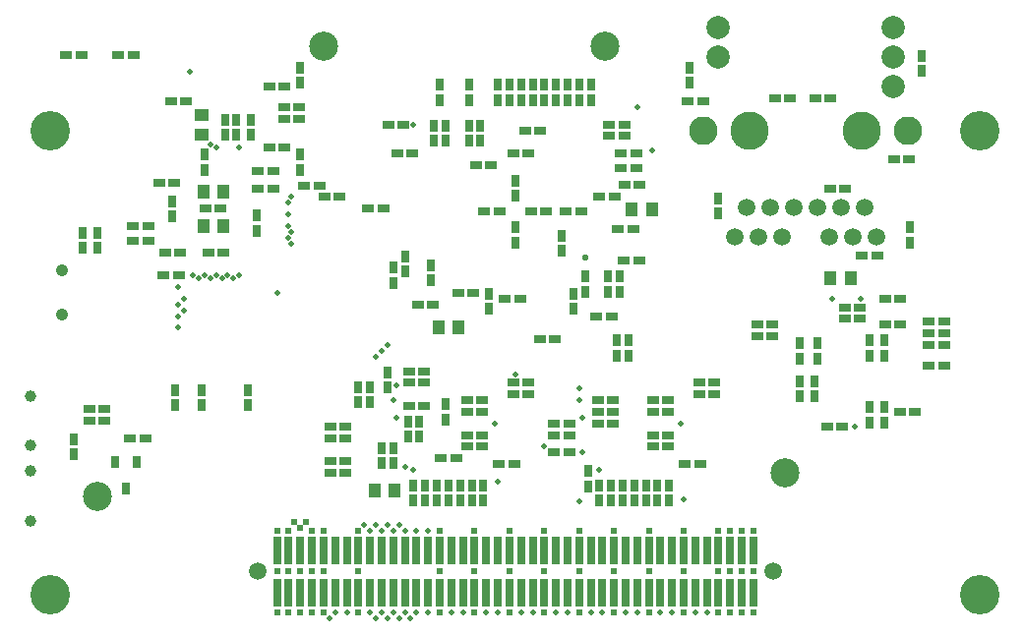
<source format=gbs>
G75*
G70*
%OFA0B0*%
%FSLAX24Y24*%
%IPPOS*%
%LPD*%
%AMOC8*
5,1,8,0,0,1.08239X$1,22.5*
%
%ADD10C,0.0591*%
%ADD11C,0.0410*%
%ADD12R,0.0394X0.0316*%
%ADD13R,0.0316X0.0394*%
%ADD14R,0.0276X0.0946*%
%ADD15C,0.0970*%
%ADD16C,0.0790*%
%ADD17C,0.0590*%
%ADD18C,0.1300*%
%ADD19R,0.0434X0.0473*%
%ADD20R,0.0257X0.0434*%
%ADD21R,0.0473X0.0434*%
%ADD22C,0.1339*%
%ADD23C,0.0394*%
%ADD24C,0.0985*%
%ADD25C,0.0240*%
%ADD26C,0.0200*%
%ADD27C,0.0210*%
D10*
X009883Y003663D03*
X009883Y003663D03*
X027364Y003663D03*
X027364Y003663D03*
D11*
X003269Y012362D03*
X003269Y013862D03*
D12*
X005671Y014883D03*
X006183Y014883D03*
X006183Y015376D03*
X005671Y015376D03*
X006754Y014490D03*
X007265Y014490D03*
X007215Y013703D03*
X006703Y013703D03*
X008230Y014490D03*
X008742Y014490D03*
X008643Y015966D03*
X008131Y015966D03*
X007069Y016852D03*
X006557Y016852D03*
X009903Y016655D03*
X010415Y016655D03*
X010415Y017246D03*
X009903Y017246D03*
X010297Y018033D03*
X010809Y018033D03*
X010789Y019017D03*
X010789Y019411D03*
X011301Y019411D03*
X011301Y019017D03*
X010809Y020100D03*
X010297Y020100D03*
X007462Y019608D03*
X006950Y019608D03*
X005691Y021183D03*
X005179Y021183D03*
X003919Y021183D03*
X003407Y021183D03*
X011478Y016754D03*
X011990Y016754D03*
X012167Y016360D03*
X012679Y016360D03*
X013643Y015966D03*
X014155Y015966D03*
X014628Y017836D03*
X015139Y017836D03*
X014844Y018820D03*
X014332Y018820D03*
X017285Y017443D03*
X017797Y017443D03*
X018565Y017836D03*
X019076Y017836D03*
X018958Y018624D03*
X019470Y018624D03*
X021813Y018820D03*
X022324Y018820D03*
X022324Y018427D03*
X021813Y018427D03*
X022206Y017836D03*
X022718Y017836D03*
X022718Y017344D03*
X022206Y017344D03*
X022324Y016773D03*
X022836Y016773D03*
X021990Y016380D03*
X021478Y016380D03*
X020848Y015868D03*
X020336Y015868D03*
X019667Y015868D03*
X019155Y015868D03*
X018092Y015868D03*
X017580Y015868D03*
X017206Y013112D03*
X016694Y013112D03*
X015828Y012718D03*
X015317Y012718D03*
X018269Y012915D03*
X018781Y012915D03*
X019450Y011537D03*
X019962Y011537D03*
X021380Y012324D03*
X021891Y012324D03*
X022305Y014214D03*
X022817Y014214D03*
X022620Y015277D03*
X022108Y015277D03*
X026832Y012029D03*
X026832Y011635D03*
X027344Y011635D03*
X027344Y012029D03*
X029785Y012226D03*
X029785Y012620D03*
X030297Y012620D03*
X030297Y012226D03*
X031163Y012029D03*
X031675Y012029D03*
X032639Y012128D03*
X032639Y011734D03*
X032639Y011340D03*
X033151Y011340D03*
X033151Y011734D03*
X033151Y012128D03*
X031675Y012915D03*
X031163Y012915D03*
X030887Y014391D03*
X030376Y014391D03*
X029805Y016655D03*
X029293Y016655D03*
X031458Y017639D03*
X031970Y017639D03*
X029313Y019706D03*
X028801Y019706D03*
X027935Y019706D03*
X027423Y019706D03*
X024982Y019608D03*
X024470Y019608D03*
X032639Y010651D03*
X033151Y010651D03*
X032167Y009076D03*
X031655Y009076D03*
X029706Y008584D03*
X029194Y008584D03*
X025376Y009667D03*
X025376Y010061D03*
X024864Y010061D03*
X024864Y009667D03*
X023801Y009470D03*
X023289Y009470D03*
X023289Y009076D03*
X023801Y009076D03*
X023801Y008289D03*
X023801Y007895D03*
X023289Y007895D03*
X023289Y008289D03*
X021931Y008683D03*
X021931Y009076D03*
X021419Y009076D03*
X021419Y008683D03*
X021419Y009470D03*
X021931Y009470D03*
X020454Y008683D03*
X019943Y008683D03*
X019943Y008289D03*
X020454Y008289D03*
X020454Y007698D03*
X019943Y007698D03*
X018584Y007305D03*
X018072Y007305D03*
X017502Y007895D03*
X017502Y008289D03*
X016990Y008289D03*
X016990Y007895D03*
X016616Y007502D03*
X016104Y007502D03*
X016990Y009076D03*
X017502Y009076D03*
X017502Y009470D03*
X016990Y009470D03*
X015533Y009273D03*
X015021Y009273D03*
X015021Y010061D03*
X015533Y010061D03*
X015533Y010454D03*
X015021Y010454D03*
X012876Y008584D03*
X012876Y008191D03*
X012364Y008191D03*
X012364Y008584D03*
X012364Y007403D03*
X012876Y007403D03*
X012876Y007009D03*
X012364Y007009D03*
X018565Y009667D03*
X018565Y010061D03*
X019076Y010061D03*
X019076Y009667D03*
X024372Y007305D03*
X024883Y007305D03*
X006084Y008191D03*
X005572Y008191D03*
X004706Y008781D03*
X004194Y008781D03*
X004194Y009175D03*
X004706Y009175D03*
D13*
X003663Y008151D03*
X003663Y007639D03*
X007108Y009313D03*
X007108Y009824D03*
X007994Y009824D03*
X007994Y009313D03*
X009569Y009313D03*
X009569Y009824D03*
X013309Y009923D03*
X013702Y009923D03*
X013702Y009411D03*
X013309Y009411D03*
X014293Y009903D03*
X014293Y010415D03*
X016261Y009332D03*
X016261Y008820D03*
X015376Y008742D03*
X014982Y008742D03*
X014982Y008230D03*
X015376Y008230D03*
X014490Y007856D03*
X014096Y007856D03*
X014096Y007344D03*
X014490Y007344D03*
X015179Y006576D03*
X015572Y006576D03*
X015966Y006576D03*
X016360Y006576D03*
X016754Y006576D03*
X017147Y006576D03*
X017541Y006576D03*
X017541Y006065D03*
X017147Y006065D03*
X016754Y006065D03*
X016360Y006065D03*
X015966Y006065D03*
X015572Y006065D03*
X015179Y006065D03*
X021084Y006557D03*
X021478Y006576D03*
X021872Y006576D03*
X022265Y006576D03*
X022659Y006576D03*
X023053Y006576D03*
X023446Y006576D03*
X023840Y006576D03*
X023840Y006065D03*
X023446Y006065D03*
X023053Y006065D03*
X022659Y006065D03*
X022265Y006065D03*
X021872Y006065D03*
X021478Y006065D03*
X021084Y007069D03*
X022069Y010986D03*
X022462Y010986D03*
X022462Y011498D03*
X022069Y011498D03*
X020592Y012561D03*
X020592Y013072D03*
X020986Y013151D03*
X020986Y013663D03*
X021773Y013663D03*
X022167Y013663D03*
X022167Y013151D03*
X021773Y013151D03*
X020198Y014529D03*
X020198Y015041D03*
X018624Y014824D03*
X018624Y015336D03*
X018624Y016399D03*
X018624Y016911D03*
X017443Y018269D03*
X017049Y018269D03*
X017049Y018781D03*
X017443Y018781D03*
X017049Y019647D03*
X017049Y020159D03*
X016065Y020159D03*
X016065Y019647D03*
X016261Y018781D03*
X015868Y018781D03*
X015868Y018269D03*
X016261Y018269D03*
X018033Y019647D03*
X018427Y019647D03*
X018820Y019647D03*
X019214Y019647D03*
X019608Y019647D03*
X020002Y019647D03*
X020395Y019647D03*
X020789Y019647D03*
X021183Y019647D03*
X021183Y020159D03*
X020789Y020159D03*
X020395Y020159D03*
X020002Y020159D03*
X019608Y020159D03*
X019214Y020159D03*
X018820Y020159D03*
X018427Y020159D03*
X018033Y020159D03*
X024529Y020238D03*
X024529Y020750D03*
X025513Y016320D03*
X025513Y015809D03*
X032009Y015336D03*
X032009Y014824D03*
X031124Y011498D03*
X030631Y011498D03*
X030631Y010986D03*
X031124Y010986D03*
X028860Y010887D03*
X028860Y011399D03*
X028269Y011399D03*
X028269Y010887D03*
X028269Y010120D03*
X028761Y010120D03*
X028761Y009608D03*
X028269Y009608D03*
X030631Y009234D03*
X031124Y009234D03*
X031124Y008722D03*
X030631Y008722D03*
X017738Y012561D03*
X017738Y013072D03*
X015769Y013545D03*
X015769Y014057D03*
X014883Y013840D03*
X014490Y013958D03*
X014490Y013446D03*
X014883Y014352D03*
X011340Y017285D03*
X011340Y017797D03*
X009667Y018466D03*
X009175Y018466D03*
X008781Y018466D03*
X008781Y018978D03*
X009175Y018978D03*
X009667Y018978D03*
X008092Y017797D03*
X008092Y017285D03*
X007009Y016222D03*
X007009Y015710D03*
X004450Y015139D03*
X003958Y015139D03*
X003958Y014628D03*
X004450Y014628D03*
X009864Y015218D03*
X009864Y015730D03*
X011340Y020238D03*
X011340Y020750D03*
X032403Y020631D03*
X032403Y021143D03*
D14*
X026694Y004391D03*
X026301Y004391D03*
X025907Y004391D03*
X025513Y004391D03*
X025120Y004391D03*
X024726Y004391D03*
X024332Y004391D03*
X023939Y004391D03*
X023545Y004391D03*
X023151Y004391D03*
X022757Y004391D03*
X022364Y004391D03*
X021970Y004391D03*
X021576Y004391D03*
X021183Y004391D03*
X020789Y004391D03*
X020395Y004391D03*
X020002Y004391D03*
X019608Y004391D03*
X019214Y004391D03*
X018820Y004391D03*
X018427Y004391D03*
X018033Y004391D03*
X017639Y004391D03*
X017246Y004391D03*
X016852Y004391D03*
X016458Y004391D03*
X016065Y004391D03*
X015671Y004391D03*
X015277Y004391D03*
X014883Y004391D03*
X014490Y004391D03*
X014096Y004391D03*
X013702Y004391D03*
X013309Y004391D03*
X012915Y004391D03*
X012521Y004391D03*
X012128Y004391D03*
X011734Y004391D03*
X011340Y004391D03*
X010946Y004391D03*
X010553Y004391D03*
X010553Y002935D03*
X010946Y002935D03*
X011340Y002935D03*
X011734Y002935D03*
X012128Y002935D03*
X012521Y002935D03*
X012915Y002935D03*
X013309Y002935D03*
X013702Y002935D03*
X014096Y002935D03*
X014490Y002935D03*
X014883Y002935D03*
X015277Y002935D03*
X015671Y002935D03*
X016065Y002935D03*
X016458Y002935D03*
X016852Y002935D03*
X017246Y002935D03*
X017639Y002935D03*
X018033Y002935D03*
X018427Y002935D03*
X018820Y002935D03*
X019214Y002935D03*
X019608Y002935D03*
X020002Y002935D03*
X020395Y002935D03*
X020789Y002935D03*
X021183Y002935D03*
X021576Y002935D03*
X021970Y002935D03*
X022364Y002935D03*
X022757Y002935D03*
X023151Y002935D03*
X023545Y002935D03*
X023939Y002935D03*
X024332Y002935D03*
X024726Y002935D03*
X025120Y002935D03*
X025513Y002935D03*
X025907Y002935D03*
X026301Y002935D03*
X026694Y002935D03*
D15*
X025006Y018624D03*
X031926Y018624D03*
D16*
X031426Y020124D03*
X031426Y021124D03*
X031426Y022124D03*
X025506Y022124D03*
X025506Y021124D03*
D17*
X026466Y016024D03*
X027266Y016024D03*
X028066Y016024D03*
X028866Y016024D03*
X029666Y016024D03*
X030466Y016024D03*
X030066Y015024D03*
X029266Y015024D03*
X027666Y015024D03*
X026866Y015024D03*
X026066Y015024D03*
X030866Y015024D03*
D18*
X030366Y018624D03*
X026566Y018624D03*
D19*
X023250Y015927D03*
X022580Y015927D03*
X016694Y011931D03*
X016025Y011931D03*
X008722Y015376D03*
X008053Y015376D03*
X008053Y016557D03*
X008722Y016557D03*
X013860Y006419D03*
X014529Y006419D03*
X029313Y013604D03*
X029982Y013604D03*
D20*
X005809Y007364D03*
X005061Y007364D03*
X005435Y006458D03*
D21*
X007994Y018486D03*
X007994Y019155D03*
D22*
X002876Y002876D03*
X002876Y018624D03*
X034372Y018624D03*
X034372Y002876D03*
D23*
X002187Y005385D03*
X002187Y007059D03*
X002187Y007944D03*
X002187Y009618D03*
D24*
X004450Y006222D03*
X012128Y021478D03*
X021675Y021478D03*
X027777Y007009D03*
D25*
X026694Y005041D03*
X026301Y005041D03*
X025907Y005041D03*
X025513Y005041D03*
X024332Y005041D03*
X023151Y005041D03*
X021970Y005041D03*
X020789Y005041D03*
X019608Y005041D03*
X018427Y005041D03*
X017246Y005041D03*
X016065Y005041D03*
X016065Y003663D03*
X017246Y003663D03*
X018427Y003663D03*
X019608Y003663D03*
X020789Y003663D03*
X021970Y003663D03*
X023151Y003663D03*
X024332Y003663D03*
X025513Y003663D03*
X025907Y003663D03*
X026301Y003663D03*
X026694Y003663D03*
X026694Y002285D03*
X026301Y002285D03*
X025907Y002285D03*
X025513Y002285D03*
X024332Y002285D03*
X023151Y002285D03*
X021970Y002285D03*
X020789Y002285D03*
X019608Y002285D03*
X018427Y002285D03*
X017246Y002285D03*
X016065Y002285D03*
X013309Y002285D03*
X012128Y002285D03*
X011734Y002285D03*
X011340Y002285D03*
X010946Y002285D03*
X010553Y002285D03*
X010553Y003663D03*
X010946Y003663D03*
X011340Y003663D03*
X011734Y003663D03*
X012128Y003663D03*
X013309Y003663D03*
X013309Y005041D03*
X012128Y005041D03*
X011734Y005041D03*
X011537Y005336D03*
X011340Y005139D03*
X011143Y005336D03*
X010946Y005041D03*
X010553Y005041D03*
D26*
X013506Y005238D03*
X013702Y005041D03*
X013899Y005238D03*
X014096Y005041D03*
X014293Y005238D03*
X014490Y005041D03*
X014687Y005238D03*
X014883Y005041D03*
X015277Y005041D03*
X015671Y005041D03*
X018033Y006714D03*
X019608Y007913D03*
X020887Y007698D03*
X021478Y007108D03*
X020789Y006025D03*
X024332Y006124D03*
X024234Y008683D03*
X020887Y008880D03*
X020789Y009470D03*
X020789Y009864D03*
X018624Y010356D03*
X017935Y008683D03*
X015179Y007108D03*
X014883Y007206D03*
X014588Y008880D03*
X014490Y009470D03*
X014588Y009962D03*
X013899Y010946D03*
X014096Y011143D03*
X014293Y011340D03*
X010553Y013112D03*
X009273Y013702D03*
X009076Y013604D03*
X008880Y013702D03*
X008683Y013604D03*
X008486Y013702D03*
X008289Y013604D03*
X008092Y013702D03*
X007895Y013604D03*
X007698Y013702D03*
X007206Y013309D03*
X007403Y012915D03*
X007206Y012718D03*
X007403Y012521D03*
X007206Y012324D03*
X007206Y011931D03*
X011045Y014785D03*
X010946Y014982D03*
X011045Y015179D03*
X010946Y015376D03*
X010946Y015769D03*
X010946Y016163D03*
X011045Y016360D03*
X009273Y018033D03*
X008486Y018033D03*
X008289Y018131D03*
X007600Y020592D03*
X015179Y018820D03*
X022757Y019411D03*
X023250Y017935D03*
X029352Y012915D03*
X030336Y012915D03*
X030139Y008584D03*
X025120Y002285D03*
X024726Y002285D03*
X023939Y002285D03*
X023545Y002285D03*
X022757Y002285D03*
X022364Y002285D03*
X021576Y002285D03*
X021183Y002285D03*
X020395Y002285D03*
X020002Y002285D03*
X019214Y002285D03*
X018820Y002285D03*
X018033Y002285D03*
X017639Y002285D03*
X016852Y002285D03*
X016458Y002285D03*
X015671Y002285D03*
X015277Y002285D03*
X015080Y002088D03*
X014883Y002285D03*
X014687Y002088D03*
X014490Y002285D03*
X014293Y002088D03*
X014096Y002285D03*
X013899Y002088D03*
X013702Y002285D03*
X012915Y002285D03*
X012521Y002285D03*
X012324Y002088D03*
D27*
X020986Y014293D03*
M02*

</source>
